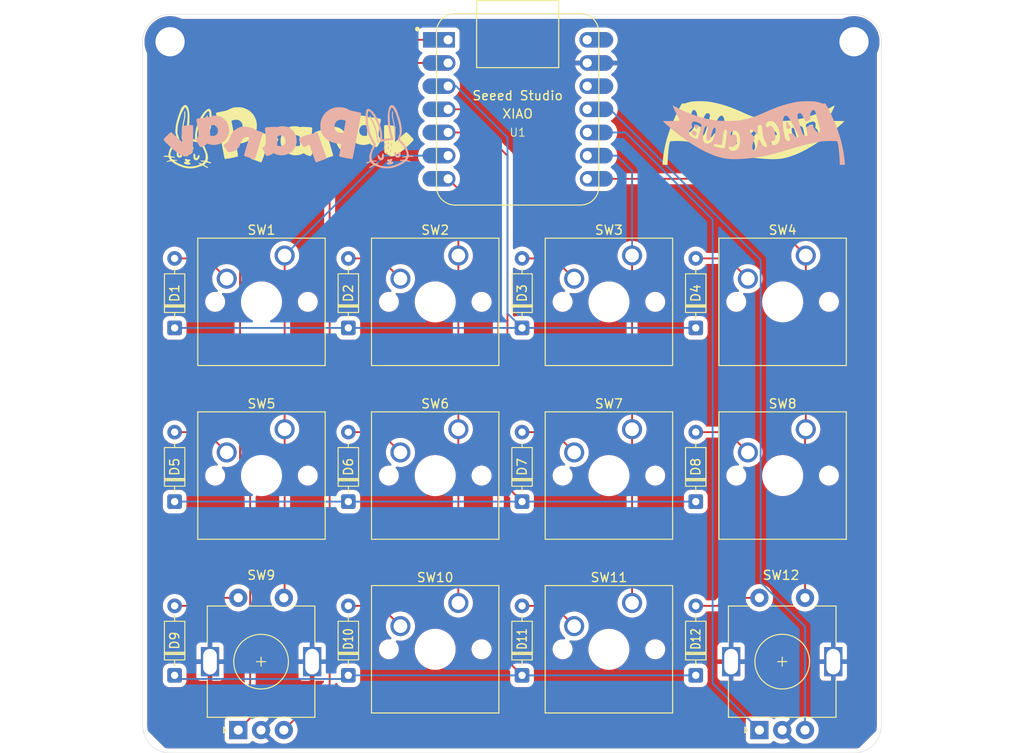
<source format=kicad_pcb>
(kicad_pcb (version 20241229) (generator "pcbnew") (generator_version "9.0")
  (layers (0 "F.Cu" signal) (2 "B.Cu" signal) (13 "F.Paste" user) (15 "B.Paste" user) (5 "F.SilkS" user "F.Silkscreen") (7 "B.SilkS" user "B.Silkscreen") (1 "F.Mask" user) (3 "B.Mask" user) (25 "Edge.Cuts" user))
  (net 0 "")
  (net 1 "Net-(D1-A)")
  (net 2 "Col 0")
  (net 3 "Col 1")
  (net 4 "Net-(D2-A)")
  (net 5 "Net-(D3-A)")
  (net 6 "Net-(D4-A)")
  (net 7 "Net-(D5-A)")
  (net 8 "Net-(D6-A)")
  (net 9 "Net-(D7-A)")
  (net 10 "Net-(D8-A)")
  (net 11 "Col 2")
  (net 12 "Net-(D9-A)")
  (net 13 "Net-(D10-A)")
  (net 14 "Net-(D11-A)")
  (net 15 "Net-(D12-A)")
  (net 16 "Row 0")
  (net 17 "Row 1")
  (net 18 "Row 2")
  (net 19 "Col 3")
  (net 20 "Rot1B")
  (net 21 "GND")
  (net 22 "Rot1A")
  (net 23 "Rot2B")
  (net 24 "Rot2A")
  (footprint "Diode_THT:D_DO-35_SOD27_P7.62mm_Horizontal" (layer "F.Cu") (at 168.85225 89.24247 90)
    (property "Reference" "D4" (at 3.81 0 90) (layer "F.SilkS"))
    (property "Value" "1N4148" (hide yes))
    (pad "1" thru_hole roundrect (at 0 0 90) (size 1.6 1.6) (drill 0.8) (layers "*.Cu" "*.Mask") (roundrect_rratio 0.15625) (net 16 "Row 0"))
    (pad "2" thru_hole circle (at 7.62 0 90) (size 1.6 1.6) (drill 0.8) (layers "*.Cu" "*.Mask") (net 6 "Net-(D4-A)"))
  )
  (footprint "Diode_THT:D_DO-35_SOD27_P7.62mm_Horizontal" (layer "F.Cu") (at 168.85225 108.29247 90)
    (property "Reference" "D8" (at 3.81 0 90) (layer "F.SilkS"))
    (property "Value" "1N4148" (hide yes))
    (pad "1" thru_hole roundrect (at 0 0 90) (size 1.6 1.6) (drill 0.8) (layers "*.Cu" "*.Mask") (roundrect_rratio 0.15625) (net 17 "Row 1"))
    (pad "2" thru_hole circle (at 7.62 0 90) (size 1.6 1.6) (drill 0.8) (layers "*.Cu" "*.Mask") (net 10 "Net-(D8-A)"))
  )
  (footprint "HackpadLib:SW_Cherry_MX_1.00u_PCB" (layer "F.Cu") (at 123.76725 81.30497)
    (property "Reference" "SW1" (at -2.54 -2.794 0) (layer "F.SilkS"))
    (property "Value" "SW_Push" (hide yes))
    (pad "" np_thru_hole circle (at -7.62 5.08) (size 1.7 1.7) (drill 1.7) (layers "*.Cu" "*.Mask"))
    (pad "" np_thru_hole circle (at -2.54 5.08) (size 4 4) (drill 4) (layers "*.Cu" "*.Mask"))
    (pad "" np_thru_hole circle (at 2.54 5.08) (size 1.7 1.7) (drill 1.7) (layers "*.Cu" "*.Mask"))
    (pad "1" thru_hole circle (at 0 0) (size 2.2 2.2) (drill 1.5) (layers "*.Cu" "*.Mask") (net 2 "Col 0"))
    (pad "2" thru_hole circle (at -6.35 2.54) (size 2.2 2.2) (drill 1.5) (layers "*.Cu" "*.Mask") (net 1 "Net-(D1-A)"))
  )
  (footprint "Diode_THT:D_DO-35_SOD27_P7.62mm_Horizontal" (layer "F.Cu") (at 111.70225 89.24247 90)
    (property "Reference" "D1" (at 3.81 0 90) (layer "F.SilkS"))
    (property "Value" "1N4148" (hide yes))
    (pad "1" thru_hole roundrect (at 0 0 90) (size 1.6 1.6) (drill 0.8) (layers "*.Cu" "*.Mask") (roundrect_rratio 0.15625) (net 16 "Row 0"))
    (pad "2" thru_hole circle (at 7.62 0 90) (size 1.6 1.6) (drill 0.8) (layers "*.Cu" "*.Mask") (net 1 "Net-(D1-A)"))
  )
  (footprint "Diode_THT:D_DO-35_SOD27_P7.62mm_Horizontal" (layer "F.Cu") (at 168.85225 127.34247 90)
    (property "Reference" "D12" (at 3.9825 0 90) (layer "F.SilkS") (effects (font (size 1 0.8))))
    (property "Value" "1N4148" (hide yes))
    (pad "1" thru_hole roundrect (at 0 0 90) (size 1.6 1.6) (drill 0.8) (layers "*.Cu" "*.Mask") (roundrect_rratio 0.15625) (net 18 "Row 2"))
    (pad "2" thru_hole circle (at 7.62 0 90) (size 1.6 1.6) (drill 0.8) (layers "*.Cu" "*.Mask") (net 15 "Net-(D12-A)"))
  )
  (footprint "HackpadLib:SW_Cherry_MX_1.00u_PCB" (layer "F.Cu") (at 123.76725 100.35497)
    (property "Reference" "SW5" (at -2.54 -2.794 0) (layer "F.SilkS"))
    (property "Value" "SW_Push" (hide yes))
    (pad "" np_thru_hole circle (at -7.62 5.08) (size 1.7 1.7) (drill 1.7) (layers "*.Cu" "*.Mask"))
    (pad "" np_thru_hole circle (at -2.54 5.08) (size 4 4) (drill 4) (layers "*.Cu" "*.Mask"))
    (pad "" np_thru_hole circle (at 2.54 5.08) (size 1.7 1.7) (drill 1.7) (layers "*.Cu" "*.Mask"))
    (pad "1" thru_hole circle (at 0 0) (size 2.2 2.2) (drill 1.5) (layers "*.Cu" "*.Mask") (net 2 "Col 0"))
    (pad "2" thru_hole circle (at -6.35 2.54) (size 2.2 2.2) (drill 1.5) (layers "*.Cu" "*.Mask") (net 7 "Net-(D5-A)"))
  )
  (footprint "HackpadLib:SW_Cherry_MX_1.00u_PCB" (layer "F.Cu") (at 142.81725 81.30497)
    (property "Reference" "SW2" (at -2.54 -2.794 0) (layer "F.SilkS"))
    (property "Value" "SW_Push" (hide yes))
    (pad "" np_thru_hole circle (at -7.62 5.08) (size 1.7 1.7) (drill 1.7) (layers "*.Cu" "*.Mask"))
    (pad "" np_thru_hole circle (at -2.54 5.08) (size 4 4) (drill 4) (layers "*.Cu" "*.Mask"))
    (pad "" np_thru_hole circle (at 2.54 5.08) (size 1.7 1.7) (drill 1.7) (layers "*.Cu" "*.Mask"))
    (pad "1" thru_hole circle (at 0 0) (size 2.2 2.2) (drill 1.5) (layers "*.Cu" "*.Mask") (net 3 "Col 1"))
    (pad "2" thru_hole circle (at -6.35 2.54) (size 2.2 2.2) (drill 1.5) (layers "*.Cu" "*.Mask") (net 4 "Net-(D2-A)"))
  )
  (footprint "HackpadLib:XIAO-Generic-Hybrid-14P-2.54-21X17.8MM" (layer "F.Cu") (at 149.321 65.27122)
    (property "Reference" "U1" (at 0 2.54 0) (layer "F.SilkS") (effects (font (size 0.889 0.889) (thickness 0.1016))))
    (property "Value" "MOUDLE-SEEEDUINO-XIAO" (hide yes))
    (fp_text user "XIAO" (at 0 0.5 0) (layer "F.SilkS"))
    (fp_text user "Seeed Studio" (at 0 -1.5 0) (layer "F.SilkS"))
    (pad "1" thru_hole rect (at -7.625 -7.62) (size 3.5 1.7) (drill 1 (offset -1 0)) (layers "*.Cu" "*.Mask") (net 22 "Rot1A"))
    (pad "2" thru_hole oval (at -7.625 -5.08) (size 3.6 1.7) (drill 1 (offset -1 0)) (layers "*.Cu" "*.Mask") (net 20 "Rot1B"))
    (pad "3" thru_hole oval (at -7.625 -2.54) (size 3.6 1.7) (drill 1 (offset -1 0)) (layers "*.Cu" "*.Mask") (net 16 "Row 0"))
    (pad "4" thru_hole oval (at -7.625 0) (size 3.6 1.7) (drill 1 (offset -1 0)) (layers "*.Cu" "*.Mask") (net 17 "Row 1"))
    (pad "5" thru_hole oval (at -7.625 2.54) (size 3.6 1.7) (drill 1 (offset -1 0)) (layers "*.Cu" "*.Mask") (net 18 "Row 2"))
    (pad "6" thru_hole oval (at -7.625 5.08 180) (size 3.6 1.7) (drill 1 (offset 1 0)) (layers "*.Cu" "*.Mask") (net 2 "Col 0"))
    (pad "7" thru_hole oval (at -7.625 7.62) (size 3.6 1.7) (drill 1 (offset -1 0)) (layers "*.Cu" "*.Mask") (net 3 "Col 1"))
    (pad "8" thru_hole oval (at 7.625 7.62) (size 3.6 1.7) (drill 1 (offset 1 0)) (layers "*.Cu" "*.Mask") (net 19 "Col 3"))
    (pad "9" thru_hole oval (at 7.625 5.08) (size 3.6 1.7) (drill 1 (offset 1 0)) (layers "*.Cu" "*.Mask") (net 11 "Col 2"))
    (pad "10" thru_hole oval (at 7.625 2.54) (size 3.6 1.7) (drill 1 (offset 1 0)) (layers "*.Cu" "*.Mask") (net 24 "Rot2A"))
    (pad "11" thru_hole oval (at 7.625 0) (size 3.7 1.7) (drill 1 (offset 1 0)) (layers "*.Cu" "*.Mask") (net 23 "Rot2B"))
    (pad "12" thru_hole oval (at 7.625 -2.54) (size 3.7 1.7) (drill 1 (offset 1 0)) (layers "*.Cu" "*.Mask"))
    (pad "13" thru_hole oval (at 7.625 -5.08) (size 3.7 1.7) (drill 1 (offset 1 0)) (layers "*.Cu" "*.Mask") (net 21 "GND"))
    (pad "14" thru_hole oval (at 7.625 -7.62) (size 3.7 1.7) (drill 1 (offset 1 0)) (layers "*.Cu" "*.Mask"))
  )
  (footprint "MountingHole:MountingHole_3.2mm_M3_DIN965_Pad_TopBottom" (layer "F.Cu") (at 111.20225 57.85997)
    (property "Reference" "REF**" (hide yes))
    (property "Value" "MountingHole_3.2mm_M3_DIN965_Pad_TopBottom")
    (pad "1" thru_hole circle (at 0 0) (size 3.6 3.6) (drill 3.2) (layers "*.Cu" "*.Mask"))
    (pad "1" connect circle (at 0 0) (size 5.6 5.6) (layers "F.Cu" "F.Mask") (net 21 "GND"))
    (pad "1" connect circle (at 0 0) (size 5.6 5.6) (layers "B.Cu" "B.Mask") (net 21 "GND"))
  )
  (footprint "Diode_THT:D_DO-35_SOD27_P7.62mm_Horizontal" (layer "F.Cu") (at 149.80225 89.24247 90)
    (property "Reference" "D3" (at 3.81 0 90) (layer "F.SilkS"))
    (property "Value" "1N4148" (hide yes))
    (pad "1" thru_hole roundrect (at 0 0 90) (size 1.6 1.6) (drill 0.8) (layers "*.Cu" "*.Mask") (roundrect_rratio 0.15625) (net 16 "Row 0"))
    (pad "2" thru_hole circle (at 7.62 0 90) (size 1.6 1.6) (drill 0.8) (layers "*.Cu" "*.Mask") (net 5 "Net-(D3-A)"))
  )
  (footprint "Diode_THT:D_DO-35_SOD27_P7.62mm_Horizontal" (layer "F.Cu") (at 130.75225 127.34247 90)
    (property "Reference" "D10" (at 3.9825 0 90) (layer "F.SilkS") (effects (font (size 1 0.8))))
    (property "Value" "1N4148" (hide yes))
    (pad "1" thru_hole roundrect (at 0 0 90) (size 1.6 1.6) (drill 0.8) (layers "*.Cu" "*.Mask") (roundrect_rratio 0.15625) (net 18 "Row 2"))
    (pad "2" thru_hole circle (at 7.62 0 90) (size 1.6 1.6) (drill 0.8) (layers "*.Cu" "*.Mask") (net 13 "Net-(D10-A)"))
  )
  (footprint "HackpadLib:SW_Cherry_MX_1.00u_PCB" (layer "F.Cu") (at 142.81725 119.40497)
    (property "Reference" "SW10" (at -2.54 -2.794 0) (layer "F.SilkS"))
    (property "Value" "SW_Push" (hide yes))
    (pad "" np_thru_hole circle (at -7.62 5.08) (size 1.7 1.7) (drill 1.7) (layers "*.Cu" "*.Mask"))
    (pad "" np_thru_hole circle (at -2.54 5.08) (size 4 4) (drill 4) (layers "*.Cu" "*.Mask"))
    (pad "" np_thru_hole circle (at 2.54 5.08) (size 1.7 1.7) (drill 1.7) (layers "*.Cu" "*.Mask"))
    (pad "1" thru_hole circle (at 0 0) (size 2.2 2.2) (drill 1.5) (layers "*.Cu" "*.Mask") (net 3 "Col 1"))
    (pad "2" thru_hole circle (at -6.35 2.54) (size 2.2 2.2) (drill 1.5) (layers "*.Cu" "*.Mask") (net 13 "Net-(D10-A)"))
  )
  (footprint "Diode_THT:D_DO-35_SOD27_P7.62mm_Horizontal" (layer "F.Cu") (at 149.80225 127.34247 90)
    (property "Reference" "D11" (at 3.9825 0 90) (layer "F.SilkS") (effects (font (size 1 0.8))))
    (property "Value" "1N4148" (hide yes))
    (pad "1" thru_hole roundrect (at 0 0 90) (size 1.6 1.6) (drill 0.8) (layers "*.Cu" "*.Mask") (roundrect_rratio 0.15625) (net 18 "Row 2"))
    (pad "2" thru_hole circle (at 7.62 0 90) (size 1.6 1.6) (drill 0.8) (layers "*.Cu" "*.Mask") (net 14 "Net-(D11-A)"))
  )
  (footprint "HackpadLib:SW_Cherry_MX_1.00u_PCB" (layer "F.Cu") (at 142.81725 100.35497)
    (property "Reference" "SW6" (at -2.54 -2.794 0) (layer "F.SilkS"))
    (property "Value" "SW_Push" (hide yes))
    (pad "" np_thru_hole circle (at -7.62 5.08) (size 1.7 1.7) (drill 1.7) (layers "*.Cu" "*.Mask"))
    (pad "" np_thru_hole circle (at -2.54 5.08) (size 4 4) (drill 4) (layers "*.Cu" "*.Mask"))
    (pad "" np_thru_hole circle (at 2.54 5.08) (size 1.7 1.7) (drill 1.7) (layers "*.Cu" "*.Mask"))
    (pad "1" thru_hole circle (at 0 0) (size 2.2 2.2) (drill 1.5) (layers "*.Cu" "*.Mask") (net 3 "Col 1"))
    (pad "2" thru_hole circle (at -6.35 2.54) (size 2.2 2.2) (drill 1.5) (layers "*.Cu" "*.Mask") (net 8 "Net-(D6-A)"))
  )
  (footprint "LOGO" (layer "F.Cu") (at 124.20225 68.35997)
    (property "Reference" "Logo1" (hide yes))
    (property "Value" "LOGO" (hide yes))
  )
  (footprint "HackpadLib:SW_Cherry_MX_1.00u_PCB" (layer "F.Cu") (at 161.86725 100.35497)
    (property "Reference" "SW7" (at -2.54 -2.794 0) (layer "F.SilkS"))
    (property "Value" "SW_Push" (hide yes))
    (pad "" np_thru_hole circle (at -7.62 5.08) (size 1.7 1.7) (drill 1.7) (layers "*.Cu" "*.Mask"))
    (pad "" np_thru_hole circle (at -2.54 5.08) (size 4 4) (drill 4) (layers "*.Cu" "*.Mask"))
    (pad "" np_thru_hole circle (at 2.54 5.08) (size 1.7 1.7) (drill 1.7) (layers "*.Cu" "*.Mask"))
    (pad "1" thru_hole circle (at 0 0) (size 2.2 2.2) (drill 1.5) (layers "*.Cu" "*.Mask") (net 11 "Col 2"))
    (pad "2" thru_hole circle (at -6.35 2.54) (size 2.2 2.2) (drill 1.5) (layers "*.Cu" "*.Mask") (net 9 "Net-(D7-A)"))
  )
  (footprint "Diode_THT:D_DO-35_SOD27_P7.62mm_Horizontal" (layer "F.Cu") (at 149.80225 108.29247 90)
    (property "Reference" "D7" (at 3.81 0 90) (layer "F.SilkS"))
    (property "Value" "1N4148" (hide yes))
    (pad "1" thru_hole roundrect (at 0 0 90) (size 1.6 1.6) (drill 0.8) (layers "*.Cu" "*.Mask") (roundrect_rratio 0.15625) (net 17 "Row 1"))
    (pad "2" thru_hole circle (at 7.62 0 90) (size 1.6 1.6) (drill 0.8) (layers "*.Cu" "*.Mask") (net 9 "Net-(D7-A)"))
  )
  (footprint "Diode_THT:D_DO-35_SOD27_P7.62mm_Horizontal" (layer "F.Cu") (at 130.75225 89.24247 90)
    (property "Reference" "D2" (at 3.81 0 90) (layer "F.SilkS"))
    (property "Value" "1N4148" (hide yes))
    (pad "1" thru_hole roundrect (at 0 0 90) (size 1.6 1.6) (drill 0.8) (layers "*.Cu" "*.Mask") (roundrect_rratio 0.15625) (net 16 "Row 0"))
    (pad "2" thru_hole circle (at 7.62 0 90) (size 1.6 1.6) (drill 0.8) (layers "*.Cu" "*.Mask") (net 4 "Net-(D2-A)"))
  )
  (footprint "HackpadLib:SW_Cherry_MX_1.00u_PCB" (layer "F.Cu") (at 161.86725 119.40497)
    (property "Reference" "SW11" (at -2.54 -2.794 0) (layer "F.SilkS"))
    (property "Value" "SW_Push" (hide yes))
    (pad "" np_thru_hole circle (at -7.62 5.08) (size 1.7 1.7) (drill 1.7) (layers "*.Cu" "*.Mask"))
    (pad "" np_thru_hole circle (at -2.54 5.08) (size 4 4) (drill 4) (layers "*.Cu" "*.Mask"))
    (pad "" np_thru_hole circle (at 2.54 5.08) (size 1.7 1.7) (drill 1.7) (layers "*.Cu" "*.Mask"))
    (pad "1" thru_hole circle (at 0 0) (size 2.2 2.2) (drill 1.5) (layers "*.Cu" "*.Mask") (net 11 "Col 2"))
    (pad "2" thru_hole circle (at -6.35 2.54) (size 2.2 2.2) (drill 1.5) (layers "*.Cu" "*.Mask") (net 14 "Net-(D11-A)"))
  )
  (footprint "MountingHole:MountingHole_3.2mm_M3_DIN965_Pad_TopBottom" (layer "F.Cu") (at 186.20225 57.85997)
    (property "Reference" "REF**" (hide yes))
    (property "Value" "MountingHole_3.2mm_M3_DIN965_Pad_TopBottom")
    (pad "1" thru_hole circle (at 0 0) (size 3.6 3.6) (drill 3.2) (layers "*.Cu" "*.Mask"))
    (pad "1" connect circle (at 0 0) (size 5.6 5.6) (layers "F.Cu" "F.Mask") (net 21 "GND"))
    (pad "1" connect circle (at 0 0) (size 5.6 5.6) (layers "B.Cu" "B.Mask") (net 21 "GND"))
  )
  (footprint "HackpadLib:RotaryEncoder_Alps_EC11E-Switch_Vertical_H20mm" (layer "F.Cu") (at 118.6835 133.34122 90)
    (property "Reference" "SW9" (at 16.98125 2.51875 0) (layer "F.SilkS"))
    (property "Value" "RotaryEncoder_Switch" (hide yes))
    (pad "A" thru_hole rect (at 0 0 90) (size 2 2) (drill 1) (layers "*.Cu" "*.Mask") (net 22 "Rot1A"))
    (pad "B" thru_hole circle (at 0 5 90) (size 2 2) (drill 1) (layers "*.Cu" "*.Mask") (net 20 "Rot1B"))
    (pad "C" thru_hole circle (at 0 2.5 90) (size 2 2) (drill 1) (layers "*.Cu" "*.Mask") (net 21 "GND"))
    (pad "MP" thru_hole rect (at 7.5 -3.1 90) (size 3.2 2) (drill oval 2.8 1.5) (layers "*.Cu" "*.Mask") (net 21 "GND"))
    (pad "MP" thru_hole rect (at 7.5 8.1 90) (size 3.2 2) (drill oval 2.8 1.5) (layers "*.Cu" "*.Mask") (net 21 "GND"))
    (pad "S1" thru_hole circle (at 14.5 5 90) (size 2 2) (drill 1) (layers "*.Cu" "*.Mask") (net 2 "Col 0"))
    (pad "S2" thru_hole circle (at 14.5 0 90) (size 2 2) (drill 1) (layers "*.Cu" "*.Mask") (net 12 "Net-(D9-A)"))
  )
  (footprint "Diode_THT:D_DO-35_SOD27_P7.62mm_Horizontal" (layer "F.Cu") (at 111.70225 108.29247 90)
    (property "Reference" "D5" (at 3.81 0 90) (layer "F.SilkS"))
    (property "Value" "1N4148" (hide yes))
    (pad "1" thru_hole roundrect (at 0 0 90) (size 1.6 1.6) (drill 0.8) (layers "*.Cu" "*.Mask") (roundrect_rratio 0.15625) (net 17 "Row 1"))
    (pad "2" thru_hole circle (at 7.62 0 90) (size 1.6 1.6) (drill 0.8) (layers "*.Cu" "*.Mask") (net 7 "Net-(D5-A)"))
  )
  (footprint "LOGO" (layer "F.Cu") (at 175.20225 67.85997)
    (property "Reference" "Mount2" (hide yes))
    (property "Value" "LOGO" (hide yes))
  )
  (footprint "HackpadLib:SW_Cherry_MX_1.00u_PCB" (layer "F.Cu") (at 180.91725 81.30497)
    (property "Reference" "SW4" (at -2.54 -2.794 0) (layer "F.SilkS"))
    (property "Value" "SW_Push" (hide yes))
    (pad "" np_thru_hole circle (at -7.62 5.08) (size 1.7 1.7) (drill 1.7) (layers "*.Cu" "*.Mask"))
    (pad "" np_thru_hole circle (at -2.54 5.08) (size 4 4) (drill 4) (layers "*.Cu" "*.Mask"))
    (pad "" np_thru_hole circle (at 2.54 5.08) (size 1.7 1.7) (drill 1.7) (layers "*.Cu" "*.Mask"))
    (pad "1" thru_hole circle (at 0 0) (size 2.2 2.2) (drill 1.5) (layers "*.Cu" "*.Mask") (net 19 "Col 3"))
    (pad "2" thru_hole circle (at -6.35 2.54) (size 2.2 2.2) (drill 1.5) (layers "*.Cu" "*.Mask") (net 6 "Net-(D4-A)"))
  )
  (footprint "HackpadLib:SW_Cherry_MX_1.00u_PCB" (layer "F.Cu") (at 180.91725 100.35497)
    (property "Reference" "SW8" (at -2.54 -2.794 0) (layer "F.SilkS"))
    (property "Value" "SW_Push" (hide yes))
    (pad "" np_thru_hole circle (at -7.62 5.08) (size 1.7 1.7) (drill 1.7) (layers "*.Cu" "*.Mask"))
    (pad "" np_thru_hole circle (at -2.54 5.08) (size 4 4) (drill 4) (layers "*.Cu" "*.Mask"))
    (pad "" np_thru_hole circle (at 2.54 5.08) (size 1.7 1.7) (drill 1.7) (layers "*.Cu" "*.Mask"))
    (pad "1" thru_hole circle (at 0 0) (size 2.2 2.2) (drill 1.5) (layers "*.Cu" "*.Mask") (net 19 "Col 3"))
    (pad "2" thru_hole circle (at -6.35 2.54) (size 2.2 2.2) (drill 1.5) (layers "*.Cu" "*.Mask") (net 10 "Net-(D8-A)"))
  )
  (footprint "HackpadLib:RotaryEncoder_Alps_EC11E-Switch_Vertical_H20mm" (layer "F.Cu") (at 175.8335 133.34122 90)
    (property "Reference" "SW12" (at 16.98125 2.36875 180) (layer "F.SilkS"))
    (property "Value" "RotaryEncoder_Switch" (hide yes))
    (pad "A" thru_hole rect (at 0 0 90) (size 2 2) (drill 1) (layers "*.Cu" "*.Mask") (net 24 "Rot2A"))
    (pad "B" thru_hole circle (at 0 5 90) (size 2 2) (drill 1) (layers "*.Cu" "*.Mask") (net 23 "Rot2B"))
    (pad "C" thru_hole circle (at 0 2.5 90) (size 2 2) (drill 1) (layers "*.Cu" "*.Mask") (net 21 "GND"))
    (pad "MP" thru_hole rect (at 7.5 -3.1 90) (size 3.2 2) (drill oval 2.8 1.5) (layers "*.Cu" "*.Mask") (net 21 "GND"))
    (pad "MP" thru_hole rect (at 7.5 8.1 90) (size 3.2 2) (drill oval 2.8 1.5) (layers "*.Cu" "*.Mask") (net 21 "GND"))
    (pad "S1" thru_hole circle (at 14.5 5 90) (size 2 2) (drill 1) (layers "*.Cu" "*.Mask") (net 19 "Col 3"))
    (pad "S2" thru_hole circle (at 14.5 0 90) (size 2 2) (drill 1) (layers "*.Cu" "*.Mask") (net 15 "Net-(D12-A)"))
  )
  (footprint "HackpadLib:SW_Cherry_MX_1.00u_PCB" (layer "F.Cu") (at 161.86725 81.30497)
    (property "Reference" "SW3" (at -2.54 -2.794 0) (layer "F.SilkS"))
    (property "Value" "SW_Push" (hide yes))
    (pad "" np_thru_hole circle (at -7.62 5.08) (size 1.7 1.7) (drill 1.7) (layers "*.Cu" "*.Mask"))
    (pad "" np_thru_hole circle (at -2.54 5.08) (size 4 4) (drill 4) (layers "*.Cu" "*.Mask"))
    (pad "" np_thru_hole circle (at 2.54 5.08) (size 1.7 1.7) (drill 1.7) (layers "*.Cu" "*.Mask"))
    (pad "1" thru_hole circle (at 0 0) (size 2.2 2.2) (drill 1.5) (layers "*.Cu" "*.Mask") (net 11 "Col 2"))
    (pad "2" thru_hole circle (at -6.35 2.54) (size 2.2 2.2) (drill 1.5) (layers "*.Cu" "*.Mask") (net 5 "Net-(D3-A)"))
  )
  (footprint "Diode_THT:D_DO-35_SOD27_P7.62mm_Horizontal" (layer "F.Cu") (at 111.70225 127.34247 90)
    (property "Reference" "D9" (at 3.81 0 90) (layer "F.SilkS"))
    (property "Value" "1N4148" (hide yes))
    (pad "1" thru_hole roundrect (at 0 0 90) (size 1.6 1.6) (drill 0.8) (layers "*.Cu" "*.Mask") (roundrect_rratio 0.15625) (net 18 "Row 2"))
    (pad "2" thru_hole circle (at 7.62 0 90) (size 1.6 1.6) (drill 0.8) (layers "*.Cu" "*.Mask") (net 12 "Net-(D9-A)"))
  )
  (footprint "Diode_THT:D_DO-35_SOD27_P7.62mm_Horizontal" (layer "F.Cu") (at 130.75225 108.29247 90)
    (property "Reference" "D6" (at 3.81 0 90) (layer "F.SilkS"))
    (property "Value" "1N4148" (hide yes))
    (pad "1" thru_hole roundrect (at 0 0 90) (size 1.6 1.6) (drill 0.8) (layers "*.Cu" "*.Mask") (roundrect_rratio 0.15625) (net 17 "Row 1"))
    (pad "2" thru_hole circle (at 7.62 0 90) (size 1.6 1.6) (drill 0.8) (layers "*.Cu" "*.Mask") (net 8 "Net-(D6-A)"))
  )
  (footprint "LOGO" (layer "B.Cu") (at 124.20225 68.35997 180)
    (property "Reference" "Logo1" (hide yes))
    (property "Value" "LOGO" (hide yes))
  )
  (footprint "LOGO" (layer "B.Cu") (at 175.20225 67.85997 180)
    (property "Reference" "Mount2" (hide yes))
    (property "Value" "LOGO" (hide yes))
  )
  (gr_arc (start 111.20225 135.859991) (mid 109.08093 134.981311) (end 108.20225 132.859991) (stroke (width 0.05)) (layer "Edge.Cuts"))
  (gr_arc (start 108.20225 57.85997) (mid 109.08093 55.73865) (end 111.20225 54.85997) (stroke (width 0.05)) (layer "Edge.Cuts"))
  (gr_arc (start 186.20225 54.85997) (mid 188.32357 55.73865) (end 189.20225 57.85997) (stroke (width 0.05)) (layer "Edge.Cuts"))
  (gr_line (start 111.20225 135.859991) (end 186.20225 135.85997) (stroke (width 0.05)) (layer "Edge.Cuts"))
  (gr_line (start 186.20225 54.859971) (end 111.20225 54.85997) (stroke (width 0.05)) (layer "Edge.Cuts"))
  (gr_arc (start 189.20225 132.859991) (mid 188.32357 134.981311) (end 186.20225 135.859991) (stroke (width 0.05)) (layer "Edge.Cuts"))
  (gr_line (start 108.202251 57.85997) (end 108.20225 132.859991) (stroke (width 0.05)) (layer "Edge.Cuts"))
  (gr_line (start 189.20225 132.859991) (end 189.202329 57.85997) (stroke (width 0.05)) (layer "Edge.Cuts"))
  (segment (start 115.19475 81.62247) (end 117.41725 83.84497) (width 0.2) (layer "F.Cu") (net 1))
  (segment (start 111.70225 81.62247) (end 115.19475 81.62247) (width 0.2) (layer "F.Cu") (net 1))
  (segment (start 123.76725 81.30497) (end 123.76725 100.35497) (width 0.2) (layer "F.Cu") (net 2))
  (segment (start 123.76725 100.35497) (end 123.76725 118.75747) (width 0.2) (layer "F.Cu") (net 2))
  (segment (start 123.76725 118.75747) (end 123.6835 118.84122) (width 0.2) (layer "F.Cu") (net 2))
  (segment (start 134.721 70.35122) (end 141.696 70.35122) (width 0.2) (layer "B.Cu") (net 2))
  (segment (start 123.76725 81.30497) (end 134.721 70.35122) (width 0.2) (layer "B.Cu") (net 2))
  (segment (start 142.81725 119.40497) (end 142.81725 100.35497) (width 0.2) (layer "F.Cu") (net 3))
  (segment (start 142.81725 100.35497) (end 142.81725 81.30497) (width 0.2) (layer "F.Cu") (net 3))
  (segment (start 142.81725 74.01247) (end 141.696 72.89122) (width 0.2) (layer "F.Cu") (net 3))
  (segment (start 142.81725 81.30497) (end 142.81725 74.01247) (width 0.2) (layer "F.Cu") (net 3))
  (segment (start 130.75225 81.62247) (end 134.24475 81.62247) (width 0.2) (layer "F.Cu") (net 4))
  (segment (start 134.24475 81.62247) (end 136.46725 83.84497) (width 0.2) (layer "F.Cu") (net 4))
  (segment (start 153.29475 81.62247) (end 155.51725 83.84497) (width 0.2) (layer "F.Cu") (net 5))
  (segment (start 149.80225 81.62247) (end 153.29475 81.62247) (width 0.2) (layer "F.Cu") (net 5))
  (segment (start 172.34475 81.62247) (end 174.56725 83.84497) (width 0.2) (layer "F.Cu") (net 6))
  (segment (start 168.85225 81.62247) (end 172.34475 81.62247) (width 0.2) (layer "F.Cu") (net 6))
  (segment (start 111.70225 100.67247) (end 115.19475 100.67247) (width 0.2) (layer "F.Cu") (net 7))
  (segment (start 115.19475 100.67247) (end 117.41725 102.89497) (width 0.2) (layer "F.Cu") (net 7))
  (segment (start 134.24475 100.67247) (end 136.46725 102.89497) (width 0.2) (layer "F.Cu") (net 8))
  (segment (start 130.75225 100.67247) (end 134.24475 100.67247) (width 0.2) (layer "F.Cu") (net 8))
  (segment (start 149.80225 100.67247) (end 153.29475 100.67247) (width 0.2) (layer "F.Cu") (net 9))
  (segment (start 153.29475 100.67247) (end 155.51725 102.89497) (width 0.2) (layer "F.Cu") (net 9))
  (segment (start 168.85225 100.67247) (end 172.34475 100.67247) (width 0.2) (layer "F.Cu") (net 10))
  (segment (start 172.34475 100.67247) (end 174.56725 102.89497) (width 0.2) (layer "F.Cu") (net 10))
  (segment (start 161.86725 100.35497) (end 161.86725 81.30497) (width 0.2) (layer "F.Cu") (net 11))
  (segment (start 161.86725 119.40497) (end 161.86725 100.35497) (width 0.2) (layer "F.Cu") (net 11))
  (segment (start 161.86725 72.02497) (end 160.1935 70.35122) (width 0.2) (layer "B.Cu") (net 11))
  (segment (start 161.86725 81.30497) (end 161.86725 72.02497) (width 0.2) (layer "B.Cu") (net 11))
  (segment (start 160.1935 70.35122) (end 156.946 70.35122) (width 0.2) (layer "B.Cu") (net 11))
  (segment (start 114.96475 118.84122) (end 118.6835 118.84122) (width 0.2) (layer "F.Cu") (net 12))
  (segment (start 111.70225 119.72247) (end 114.0835 119.72247) (width 0.2) (layer "F.Cu") (net 12))
  (segment (start 114.0835 119.72247) (end 114.96475 118.84122) (width 0.2) (layer "F.Cu") (net 12))
  (segment (start 134.24475 119.72247) (end 136.46725 121.94497) (width 0.2) (layer "F.Cu") (net 13))
  (segment (start 130.75225 119.72247) (end 134.24475 119.72247) (width 0.2) (layer "F.Cu") (net 13))
  (segment (start 153.29475 119.72247) (end 155.51725 121.94497) (width 0.2) (layer "F.Cu") (net 14))
  (segment (start 149.80225 119.72247) (end 153.29475 119.72247) (width 0.2) (layer "F.Cu") (net 14))
  (segment (start 168.85225 119.72247) (end 171.2335 119.72247) (width 0.2) (layer "F.Cu") (net 15))
  (segment (start 172.11475 118.84122) (end 175.8335 118.84122) (width 0.2) (layer "F.Cu") (net 15))
  (segment (start 171.2335 119.72247) (end 172.11475 118.84122) (width 0.2) (layer "F.Cu") (net 15))
  (segment (start 111.70225 89.24247) (end 130.75225 89.24247) (width 0.2) (layer "B.Cu") (net 16))
  (segment (start 149.80225 89.24247) (end 130.75225 89.24247) (width 0.2) (layer "B.Cu") (net 16))
  (segment (start 149.80225 89.24247) (end 148.20225 87.64247) (width 0.2) (layer "B.Cu") (net 16))
  (segment (start 148.20225 87.64247) (end 148.20225 68.35997) (width 0.2) (layer "B.Cu") (net 16))
  (segment (start 148.20225 68.35997) (end 142.5735 62.73122) (width 0.2) (layer "B.Cu") (net 16))
  (segment (start 168.85225 89.24247) (end 149.80225 89.24247) (width 0.2) (layer "B.Cu") (net 16))
  (segment (start 142.5735 62.73122) (end 141.696 62.73122) (width 0.2) (layer "B.Cu") (net 16))
  (segment (start 148.20225 70.35997) (end 143.1135 65.27122) (width 0.2) (layer "F.Cu") (net 17))
  (segment (start 148.20225 106.69247) (end 148.20225 70.35997) (width 0.2) (layer "F.Cu") (net 17))
  (segment (start 143.1135 65.27122) (end 141.696 65.27122) (width 0.2) (layer "F.Cu") (net 17))
  (segment (start 149.80225 108.29247) (end 148.20225 106.69247) (width 0.2) (layer "F.Cu") (net 17))
  (segment (start 149.80225 108.29247) (end 168.85225 108.29247) (width 0.2) (layer "B.Cu") (net 17))
  (segment (start 130.75225 108.29247) (end 149.80225 108.29247) (width 0.2) (layer "B.Cu") (net 17))
  (segment (start 111.70225 108.29247) (end 130.75225 108.29247) (width 0.2) (layer "B.Cu") (net 17))
  (segment (start 147.20225 70.35997) (end 144.6535 67.81122) (width 0.2) (layer "F.Cu") (net 18))
  (segment (start 149.80225 127.34247) (end 147.20225 124.74247) (width 0.2) (layer "F.Cu") (net 18))
  (segment (start 144.6535 67.81122) (end 141.696 67.81122) (width 0.2) (layer "F.Cu") (net 18))
  (segment (start 147.20225 124.74247) (end 147.20225 70.35997) (width 0.2) (layer "F.Cu") (net 18))
  (segment (start 130.75225 127.34247) (end 130.3525 127.74222) (width 0.2) (layer "B.Cu") (net 18))
  (segment (start 112.21975 127.85997) (end 111.70225 127.34247) (width 0.2) (layer "B.Cu") (net 18))
  (segment (start 112.102 127.74222) (end 111.70225 127.34247) (width 0.2) (layer "B.Cu") (net 18))
  (segment (start 149.80225 127.34247) (end 130.75225 127.34247) (width 0.2) (layer "B.Cu") (net 18))
  (segment (start 168.85225 127.34247) (end 149.80225 127.34247) (width 0.2) (layer "B.Cu") (net 18))
  (segment (start 130.3525 127.74222) (end 112.102 127.74222) (width 0.2) (layer "B.Cu") (net 18))
  (segment (start 130.75225 127.34247) (end 130.23475 127.85997) (width 0.2) (layer "B.Cu") (net 18))
  (segment (start 172.5035 72.89122) (end 156.946 72.89122) (width 0.2) (layer "F.Cu") (net 19))
  (segment (start 180.8335 118.84122) (end 180.8335 100.43872) (width 0.2) (layer "F.Cu") (net 19))
  (segment (start 180.91725 81.30497) (end 172.5035 72.89122) (width 0.2) (layer "F.Cu") (net 19))
  (segment (start 180.91725 100.35497) (end 180.91725 81.30497) (width 0.2) (layer "F.Cu") (net 19))
  (segment (start 180.8335 100.43872) (end 180.91725 100.35497) (width 0.2) (layer "F.Cu") (net 19))
  (segment (start 136.4381 60.19122) (end 141.696 60.19122) (width 0.2) (layer "F.Cu") (net 20))
  (segment (start 128.70225 67.92707) (end 136.4381 60.19122) (width 0.2) (layer "F.Cu") (net 20))
  (segment (start 123.6835 133.34122) (end 128.70225 128.32247) (width 0.2) (layer "F.Cu") (net 20))
  (segment (start 128.70225 128.32247) (end 128.70225 67.92707) (width 0.2) (layer "F.Cu") (net 20))
  (segment (start 119.9845 107.517036) (end 118.87625 106.408786) (width 0.2) (layer "F.Cu") (net 22))
  (segment (start 118.87625 77.18597) (end 138.411 57.65122) (width 0.2) (layer "F.Cu") (net 22))
  (segment (start 119.9845 132.04022) (end 119.9845 107.517036) (width 0.2) (layer "F.Cu") (net 22))
  (segment (start 118.6835 133.34122) (end 119.9845 132.04022) (width 0.2) (layer "F.Cu") (net 22))
  (segment (start 118.87625 106.408786) (end 118.87625 77.18597) (width 0.2) (layer "F.Cu") (net 22))
  (segment (start 138.411 57.65122) (end 141.696 57.65122) (width 0.2) (layer "F.Cu") (net 22))
  (segment (start 175.96825 117.136078) (end 175.96825 81.78097) (width 0.2) (layer "B.Cu") (net 23))
  (segment (start 180.8335 122.001328) (end 175.96825 117.136078) (width 0.2) (layer "B.Cu") (net 23))
  (segment (start 180.8335 133.34122) (end 180.8335 122.001328) (width 0.2) (layer "B.Cu") (net 23))
  (segment (start 175.96825 81.78097) (end 159.4585 65.27122) (width 0.2) (layer "B.Cu") (net 23))
  (segment (start 159.4585 65.27122) (end 156.946 65.27122) (width 0.2) (layer "B.Cu") (net 23))
  (segment (start 175.8335 133.34122) (end 170.70225 128.20997) (width 0.2) (layer "B.Cu") (net 24))
  (segment (start 170.70225 77.35997) (end 161.1535 67.81122) (width 0.2) (layer "B.Cu") (net 24))
  (segment (start 170.70225 128.20997) (end 170.70225 77.35997) (width 0.2) (layer "B.Cu") (net 24))
  (segment (start 161.1535 67.81122) (end 156.946 67.81122) (width 0.2) (layer "B.Cu") (net 24))
  (zone (net 21) (net_name "GND") (layer "F.Cu") (connect_pads (clearance 0.5)) (min_thickness 0.25) (fill yes (thermal_gap 0.5) (thermal_bridge_width 0.5))
    (polygon (pts (xy 186.20225 54.85997) (xy 111.20225 54.85997) (xy 108.20225 57.85997) (xy 108.20225 132.85997) (xy 111.20225 135.85997) (xy 186.20225 135.85997) (xy 189.20225 132.85997) (xy 189.20225 57.85997)))
  )
  (zone (net 21) (net_name "GND") (layer "B.Cu") (connect_pads (clearance 0.5)) (min_thickness 0.25) (fill yes (thermal_gap 0.5) (thermal_bridge_width 0.5))
    (polygon (pts (xy 186.20225 54.85997) (xy 111.20225 54.85997) (xy 108.20225 57.85997) (xy 108.20225 132.85997) (xy 111.20225 135.85997) (xy 186.20225 135.85997) (xy 189.20225 132.85997) (xy 189.20225 57.85997)))
  )
)
</source>
